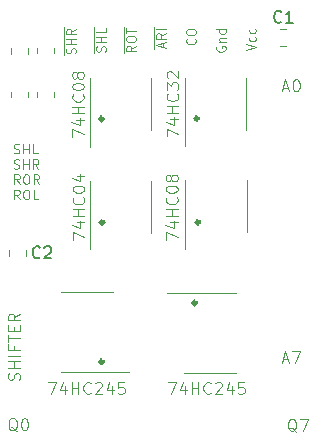
<source format=gbr>
%TF.GenerationSoftware,KiCad,Pcbnew,(6.0.0-0)*%
%TF.CreationDate,2022-02-14T20:59:39-05:00*%
%TF.ProjectId,Shifter-v6,53686966-7465-4722-9d76-362e6b696361,rev?*%
%TF.SameCoordinates,Original*%
%TF.FileFunction,Legend,Top*%
%TF.FilePolarity,Positive*%
%FSLAX46Y46*%
G04 Gerber Fmt 4.6, Leading zero omitted, Abs format (unit mm)*
G04 Created by KiCad (PCBNEW (6.0.0-0)) date 2022-02-14 20:59:39*
%MOMM*%
%LPD*%
G01*
G04 APERTURE LIST*
%ADD10C,0.300000*%
%ADD11C,0.100000*%
%ADD12C,0.150000*%
%ADD13C,0.120000*%
G04 APERTURE END LIST*
D10*
X176850000Y-75150000D02*
G75*
G03*
X176850000Y-75150000I-150000J0D01*
G01*
X168850000Y-83950000D02*
G75*
G03*
X168850000Y-83950000I-150000J0D01*
G01*
X168800000Y-75200000D02*
G75*
G03*
X168800000Y-75200000I-150000J0D01*
G01*
X176950000Y-83950000D02*
G75*
G03*
X176950000Y-83950000I-150000J0D01*
G01*
X168806000Y-95758000D02*
G75*
G03*
X168806000Y-95758000I-150000J0D01*
G01*
X176680000Y-90782000D02*
G75*
G03*
X176680000Y-90782000I-150000J0D01*
G01*
D11*
X161504761Y-101647619D02*
X161409523Y-101600000D01*
X161314285Y-101504761D01*
X161171428Y-101361904D01*
X161076190Y-101314285D01*
X160980952Y-101314285D01*
X161028571Y-101552380D02*
X160933333Y-101504761D01*
X160838095Y-101409523D01*
X160790476Y-101219047D01*
X160790476Y-100885714D01*
X160838095Y-100695238D01*
X160933333Y-100600000D01*
X161028571Y-100552380D01*
X161219047Y-100552380D01*
X161314285Y-100600000D01*
X161409523Y-100695238D01*
X161457142Y-100885714D01*
X161457142Y-101219047D01*
X161409523Y-101409523D01*
X161314285Y-101504761D01*
X161219047Y-101552380D01*
X161028571Y-101552380D01*
X162076190Y-100552380D02*
X162171428Y-100552380D01*
X162266666Y-100600000D01*
X162314285Y-100647619D01*
X162361904Y-100742857D01*
X162409523Y-100933333D01*
X162409523Y-101171428D01*
X162361904Y-101361904D01*
X162314285Y-101457142D01*
X162266666Y-101504761D01*
X162171428Y-101552380D01*
X162076190Y-101552380D01*
X161980952Y-101504761D01*
X161933333Y-101457142D01*
X161885714Y-101361904D01*
X161838095Y-101171428D01*
X161838095Y-100933333D01*
X161885714Y-100742857D01*
X161933333Y-100647619D01*
X161980952Y-100600000D01*
X162076190Y-100552380D01*
X178400000Y-69053095D02*
X178361904Y-69129285D01*
X178361904Y-69243571D01*
X178400000Y-69357857D01*
X178476190Y-69434047D01*
X178552380Y-69472142D01*
X178704761Y-69510238D01*
X178819047Y-69510238D01*
X178971428Y-69472142D01*
X179047619Y-69434047D01*
X179123809Y-69357857D01*
X179161904Y-69243571D01*
X179161904Y-69167380D01*
X179123809Y-69053095D01*
X179085714Y-69015000D01*
X178819047Y-69015000D01*
X178819047Y-69167380D01*
X178628571Y-68672142D02*
X179161904Y-68672142D01*
X178704761Y-68672142D02*
X178666666Y-68634047D01*
X178628571Y-68557857D01*
X178628571Y-68443571D01*
X178666666Y-68367380D01*
X178742857Y-68329285D01*
X179161904Y-68329285D01*
X179161904Y-67605476D02*
X178361904Y-67605476D01*
X179123809Y-67605476D02*
X179161904Y-67681666D01*
X179161904Y-67834047D01*
X179123809Y-67910238D01*
X179085714Y-67948333D01*
X179009523Y-67986428D01*
X178780952Y-67986428D01*
X178704761Y-67948333D01*
X178666666Y-67910238D01*
X178628571Y-67834047D01*
X178628571Y-67681666D01*
X178666666Y-67605476D01*
X164124095Y-97496380D02*
X164790761Y-97496380D01*
X164362190Y-98496380D01*
X165600285Y-97829714D02*
X165600285Y-98496380D01*
X165362190Y-97448761D02*
X165124095Y-98163047D01*
X165743142Y-98163047D01*
X166124095Y-98496380D02*
X166124095Y-97496380D01*
X166124095Y-97972571D02*
X166695523Y-97972571D01*
X166695523Y-98496380D02*
X166695523Y-97496380D01*
X167743142Y-98401142D02*
X167695523Y-98448761D01*
X167552666Y-98496380D01*
X167457428Y-98496380D01*
X167314571Y-98448761D01*
X167219333Y-98353523D01*
X167171714Y-98258285D01*
X167124095Y-98067809D01*
X167124095Y-97924952D01*
X167171714Y-97734476D01*
X167219333Y-97639238D01*
X167314571Y-97544000D01*
X167457428Y-97496380D01*
X167552666Y-97496380D01*
X167695523Y-97544000D01*
X167743142Y-97591619D01*
X168124095Y-97591619D02*
X168171714Y-97544000D01*
X168266952Y-97496380D01*
X168505047Y-97496380D01*
X168600285Y-97544000D01*
X168647904Y-97591619D01*
X168695523Y-97686857D01*
X168695523Y-97782095D01*
X168647904Y-97924952D01*
X168076476Y-98496380D01*
X168695523Y-98496380D01*
X169552666Y-97829714D02*
X169552666Y-98496380D01*
X169314571Y-97448761D02*
X169076476Y-98163047D01*
X169695523Y-98163047D01*
X170552666Y-97496380D02*
X170076476Y-97496380D01*
X170028857Y-97972571D01*
X170076476Y-97924952D01*
X170171714Y-97877333D01*
X170409809Y-97877333D01*
X170505047Y-97924952D01*
X170552666Y-97972571D01*
X170600285Y-98067809D01*
X170600285Y-98305904D01*
X170552666Y-98401142D01*
X170505047Y-98448761D01*
X170409809Y-98496380D01*
X170171714Y-98496380D01*
X170076476Y-98448761D01*
X170028857Y-98401142D01*
X183985714Y-72566666D02*
X184461904Y-72566666D01*
X183890476Y-72852380D02*
X184223809Y-71852380D01*
X184557142Y-72852380D01*
X185080952Y-71852380D02*
X185176190Y-71852380D01*
X185271428Y-71900000D01*
X185319047Y-71947619D01*
X185366666Y-72042857D01*
X185414285Y-72233333D01*
X185414285Y-72471428D01*
X185366666Y-72661904D01*
X185319047Y-72757142D01*
X185271428Y-72804761D01*
X185176190Y-72852380D01*
X185080952Y-72852380D01*
X184985714Y-72804761D01*
X184938095Y-72757142D01*
X184890476Y-72661904D01*
X184842857Y-72471428D01*
X184842857Y-72233333D01*
X184890476Y-72042857D01*
X184938095Y-71947619D01*
X184985714Y-71900000D01*
X185080952Y-71852380D01*
X165436000Y-69815000D02*
X165436000Y-69053095D01*
X166423809Y-69662619D02*
X166461904Y-69548333D01*
X166461904Y-69357857D01*
X166423809Y-69281666D01*
X166385714Y-69243571D01*
X166309523Y-69205476D01*
X166233333Y-69205476D01*
X166157142Y-69243571D01*
X166119047Y-69281666D01*
X166080952Y-69357857D01*
X166042857Y-69510238D01*
X166004761Y-69586428D01*
X165966666Y-69624523D01*
X165890476Y-69662619D01*
X165814285Y-69662619D01*
X165738095Y-69624523D01*
X165700000Y-69586428D01*
X165661904Y-69510238D01*
X165661904Y-69319761D01*
X165700000Y-69205476D01*
X165436000Y-69053095D02*
X165436000Y-68215000D01*
X166461904Y-68862619D02*
X165661904Y-68862619D01*
X166042857Y-68862619D02*
X166042857Y-68405476D01*
X166461904Y-68405476D02*
X165661904Y-68405476D01*
X165436000Y-68215000D02*
X165436000Y-67415000D01*
X166461904Y-67567380D02*
X166080952Y-67834047D01*
X166461904Y-68024523D02*
X165661904Y-68024523D01*
X165661904Y-67719761D01*
X165700000Y-67643571D01*
X165738095Y-67605476D01*
X165814285Y-67567380D01*
X165928571Y-67567380D01*
X166004761Y-67605476D01*
X166042857Y-67643571D01*
X166080952Y-67719761D01*
X166080952Y-68024523D01*
X167976000Y-69662619D02*
X167976000Y-68900714D01*
X168963809Y-69510238D02*
X169001904Y-69395952D01*
X169001904Y-69205476D01*
X168963809Y-69129285D01*
X168925714Y-69091190D01*
X168849523Y-69053095D01*
X168773333Y-69053095D01*
X168697142Y-69091190D01*
X168659047Y-69129285D01*
X168620952Y-69205476D01*
X168582857Y-69357857D01*
X168544761Y-69434047D01*
X168506666Y-69472142D01*
X168430476Y-69510238D01*
X168354285Y-69510238D01*
X168278095Y-69472142D01*
X168240000Y-69434047D01*
X168201904Y-69357857D01*
X168201904Y-69167380D01*
X168240000Y-69053095D01*
X167976000Y-68900714D02*
X167976000Y-68062619D01*
X169001904Y-68710238D02*
X168201904Y-68710238D01*
X168582857Y-68710238D02*
X168582857Y-68253095D01*
X169001904Y-68253095D02*
X168201904Y-68253095D01*
X167976000Y-68062619D02*
X167976000Y-67415000D01*
X169001904Y-67491190D02*
X169001904Y-67872142D01*
X168201904Y-67872142D01*
X161217380Y-78091809D02*
X161331666Y-78129904D01*
X161522142Y-78129904D01*
X161598333Y-78091809D01*
X161636428Y-78053714D01*
X161674523Y-77977523D01*
X161674523Y-77901333D01*
X161636428Y-77825142D01*
X161598333Y-77787047D01*
X161522142Y-77748952D01*
X161369761Y-77710857D01*
X161293571Y-77672761D01*
X161255476Y-77634666D01*
X161217380Y-77558476D01*
X161217380Y-77482285D01*
X161255476Y-77406095D01*
X161293571Y-77368000D01*
X161369761Y-77329904D01*
X161560238Y-77329904D01*
X161674523Y-77368000D01*
X162017380Y-78129904D02*
X162017380Y-77329904D01*
X162017380Y-77710857D02*
X162474523Y-77710857D01*
X162474523Y-78129904D02*
X162474523Y-77329904D01*
X163236428Y-78129904D02*
X162855476Y-78129904D01*
X162855476Y-77329904D01*
X161217380Y-79379809D02*
X161331666Y-79417904D01*
X161522142Y-79417904D01*
X161598333Y-79379809D01*
X161636428Y-79341714D01*
X161674523Y-79265523D01*
X161674523Y-79189333D01*
X161636428Y-79113142D01*
X161598333Y-79075047D01*
X161522142Y-79036952D01*
X161369761Y-78998857D01*
X161293571Y-78960761D01*
X161255476Y-78922666D01*
X161217380Y-78846476D01*
X161217380Y-78770285D01*
X161255476Y-78694095D01*
X161293571Y-78656000D01*
X161369761Y-78617904D01*
X161560238Y-78617904D01*
X161674523Y-78656000D01*
X162017380Y-79417904D02*
X162017380Y-78617904D01*
X162017380Y-78998857D02*
X162474523Y-78998857D01*
X162474523Y-79417904D02*
X162474523Y-78617904D01*
X163312619Y-79417904D02*
X163045952Y-79036952D01*
X162855476Y-79417904D02*
X162855476Y-78617904D01*
X163160238Y-78617904D01*
X163236428Y-78656000D01*
X163274523Y-78694095D01*
X163312619Y-78770285D01*
X163312619Y-78884571D01*
X163274523Y-78960761D01*
X163236428Y-78998857D01*
X163160238Y-79036952D01*
X162855476Y-79036952D01*
X161712619Y-80705904D02*
X161445952Y-80324952D01*
X161255476Y-80705904D02*
X161255476Y-79905904D01*
X161560238Y-79905904D01*
X161636428Y-79944000D01*
X161674523Y-79982095D01*
X161712619Y-80058285D01*
X161712619Y-80172571D01*
X161674523Y-80248761D01*
X161636428Y-80286857D01*
X161560238Y-80324952D01*
X161255476Y-80324952D01*
X162207857Y-79905904D02*
X162360238Y-79905904D01*
X162436428Y-79944000D01*
X162512619Y-80020190D01*
X162550714Y-80172571D01*
X162550714Y-80439238D01*
X162512619Y-80591619D01*
X162436428Y-80667809D01*
X162360238Y-80705904D01*
X162207857Y-80705904D01*
X162131666Y-80667809D01*
X162055476Y-80591619D01*
X162017380Y-80439238D01*
X162017380Y-80172571D01*
X162055476Y-80020190D01*
X162131666Y-79944000D01*
X162207857Y-79905904D01*
X163350714Y-80705904D02*
X163084047Y-80324952D01*
X162893571Y-80705904D02*
X162893571Y-79905904D01*
X163198333Y-79905904D01*
X163274523Y-79944000D01*
X163312619Y-79982095D01*
X163350714Y-80058285D01*
X163350714Y-80172571D01*
X163312619Y-80248761D01*
X163274523Y-80286857D01*
X163198333Y-80324952D01*
X162893571Y-80324952D01*
X161712619Y-81993904D02*
X161445952Y-81612952D01*
X161255476Y-81993904D02*
X161255476Y-81193904D01*
X161560238Y-81193904D01*
X161636428Y-81232000D01*
X161674523Y-81270095D01*
X161712619Y-81346285D01*
X161712619Y-81460571D01*
X161674523Y-81536761D01*
X161636428Y-81574857D01*
X161560238Y-81612952D01*
X161255476Y-81612952D01*
X162207857Y-81193904D02*
X162360238Y-81193904D01*
X162436428Y-81232000D01*
X162512619Y-81308190D01*
X162550714Y-81460571D01*
X162550714Y-81727238D01*
X162512619Y-81879619D01*
X162436428Y-81955809D01*
X162360238Y-81993904D01*
X162207857Y-81993904D01*
X162131666Y-81955809D01*
X162055476Y-81879619D01*
X162017380Y-81727238D01*
X162017380Y-81460571D01*
X162055476Y-81308190D01*
X162131666Y-81232000D01*
X162207857Y-81193904D01*
X163274523Y-81993904D02*
X162893571Y-81993904D01*
X162893571Y-81193904D01*
X161694761Y-97297523D02*
X161742380Y-97154666D01*
X161742380Y-96916571D01*
X161694761Y-96821333D01*
X161647142Y-96773714D01*
X161551904Y-96726095D01*
X161456666Y-96726095D01*
X161361428Y-96773714D01*
X161313809Y-96821333D01*
X161266190Y-96916571D01*
X161218571Y-97107047D01*
X161170952Y-97202285D01*
X161123333Y-97249904D01*
X161028095Y-97297523D01*
X160932857Y-97297523D01*
X160837619Y-97249904D01*
X160790000Y-97202285D01*
X160742380Y-97107047D01*
X160742380Y-96868952D01*
X160790000Y-96726095D01*
X161742380Y-96297523D02*
X160742380Y-96297523D01*
X161218571Y-96297523D02*
X161218571Y-95726095D01*
X161742380Y-95726095D02*
X160742380Y-95726095D01*
X161742380Y-95249904D02*
X160742380Y-95249904D01*
X161218571Y-94440380D02*
X161218571Y-94773714D01*
X161742380Y-94773714D02*
X160742380Y-94773714D01*
X160742380Y-94297523D01*
X160742380Y-94059428D02*
X160742380Y-93488000D01*
X161742380Y-93773714D02*
X160742380Y-93773714D01*
X161218571Y-93154666D02*
X161218571Y-92821333D01*
X161742380Y-92678476D02*
X161742380Y-93154666D01*
X160742380Y-93154666D01*
X160742380Y-92678476D01*
X161742380Y-91678476D02*
X161266190Y-92011809D01*
X161742380Y-92249904D02*
X160742380Y-92249904D01*
X160742380Y-91868952D01*
X160790000Y-91773714D01*
X160837619Y-91726095D01*
X160932857Y-91678476D01*
X161075714Y-91678476D01*
X161170952Y-91726095D01*
X161218571Y-91773714D01*
X161266190Y-91868952D01*
X161266190Y-92249904D01*
X176545714Y-68405476D02*
X176583809Y-68443571D01*
X176621904Y-68557857D01*
X176621904Y-68634047D01*
X176583809Y-68748333D01*
X176507619Y-68824523D01*
X176431428Y-68862619D01*
X176279047Y-68900714D01*
X176164761Y-68900714D01*
X176012380Y-68862619D01*
X175936190Y-68824523D01*
X175860000Y-68748333D01*
X175821904Y-68634047D01*
X175821904Y-68557857D01*
X175860000Y-68443571D01*
X175898095Y-68405476D01*
X175821904Y-67910238D02*
X175821904Y-67757857D01*
X175860000Y-67681666D01*
X175936190Y-67605476D01*
X176088571Y-67567380D01*
X176355238Y-67567380D01*
X176507619Y-67605476D01*
X176583809Y-67681666D01*
X176621904Y-67757857D01*
X176621904Y-67910238D01*
X176583809Y-67986428D01*
X176507619Y-68062619D01*
X176355238Y-68100714D01*
X176088571Y-68100714D01*
X175936190Y-68062619D01*
X175860000Y-67986428D01*
X175821904Y-67910238D01*
X173056000Y-69281666D02*
X173056000Y-68595952D01*
X173853333Y-69129285D02*
X173853333Y-68748333D01*
X174081904Y-69205476D02*
X173281904Y-68938809D01*
X174081904Y-68672142D01*
X173056000Y-68595952D02*
X173056000Y-67795952D01*
X174081904Y-67948333D02*
X173700952Y-68215000D01*
X174081904Y-68405476D02*
X173281904Y-68405476D01*
X173281904Y-68100714D01*
X173320000Y-68024523D01*
X173358095Y-67986428D01*
X173434285Y-67948333D01*
X173548571Y-67948333D01*
X173624761Y-67986428D01*
X173662857Y-68024523D01*
X173700952Y-68100714D01*
X173700952Y-68405476D01*
X173056000Y-67795952D02*
X173056000Y-67415000D01*
X174081904Y-67605476D02*
X173281904Y-67605476D01*
X180901904Y-69395952D02*
X181701904Y-69129285D01*
X180901904Y-68862619D01*
X181663809Y-68253095D02*
X181701904Y-68329285D01*
X181701904Y-68481666D01*
X181663809Y-68557857D01*
X181625714Y-68595952D01*
X181549523Y-68634047D01*
X181320952Y-68634047D01*
X181244761Y-68595952D01*
X181206666Y-68557857D01*
X181168571Y-68481666D01*
X181168571Y-68329285D01*
X181206666Y-68253095D01*
X181663809Y-67567380D02*
X181701904Y-67643571D01*
X181701904Y-67795952D01*
X181663809Y-67872142D01*
X181625714Y-67910238D01*
X181549523Y-67948333D01*
X181320952Y-67948333D01*
X181244761Y-67910238D01*
X181206666Y-67872142D01*
X181168571Y-67795952D01*
X181168571Y-67643571D01*
X181206666Y-67567380D01*
X185154761Y-101697619D02*
X185059523Y-101650000D01*
X184964285Y-101554761D01*
X184821428Y-101411904D01*
X184726190Y-101364285D01*
X184630952Y-101364285D01*
X184678571Y-101602380D02*
X184583333Y-101554761D01*
X184488095Y-101459523D01*
X184440476Y-101269047D01*
X184440476Y-100935714D01*
X184488095Y-100745238D01*
X184583333Y-100650000D01*
X184678571Y-100602380D01*
X184869047Y-100602380D01*
X184964285Y-100650000D01*
X185059523Y-100745238D01*
X185107142Y-100935714D01*
X185107142Y-101269047D01*
X185059523Y-101459523D01*
X184964285Y-101554761D01*
X184869047Y-101602380D01*
X184678571Y-101602380D01*
X185440476Y-100602380D02*
X186107142Y-100602380D01*
X185678571Y-101602380D01*
X174284095Y-97496380D02*
X174950761Y-97496380D01*
X174522190Y-98496380D01*
X175760285Y-97829714D02*
X175760285Y-98496380D01*
X175522190Y-97448761D02*
X175284095Y-98163047D01*
X175903142Y-98163047D01*
X176284095Y-98496380D02*
X176284095Y-97496380D01*
X176284095Y-97972571D02*
X176855523Y-97972571D01*
X176855523Y-98496380D02*
X176855523Y-97496380D01*
X177903142Y-98401142D02*
X177855523Y-98448761D01*
X177712666Y-98496380D01*
X177617428Y-98496380D01*
X177474571Y-98448761D01*
X177379333Y-98353523D01*
X177331714Y-98258285D01*
X177284095Y-98067809D01*
X177284095Y-97924952D01*
X177331714Y-97734476D01*
X177379333Y-97639238D01*
X177474571Y-97544000D01*
X177617428Y-97496380D01*
X177712666Y-97496380D01*
X177855523Y-97544000D01*
X177903142Y-97591619D01*
X178284095Y-97591619D02*
X178331714Y-97544000D01*
X178426952Y-97496380D01*
X178665047Y-97496380D01*
X178760285Y-97544000D01*
X178807904Y-97591619D01*
X178855523Y-97686857D01*
X178855523Y-97782095D01*
X178807904Y-97924952D01*
X178236476Y-98496380D01*
X178855523Y-98496380D01*
X179712666Y-97829714D02*
X179712666Y-98496380D01*
X179474571Y-97448761D02*
X179236476Y-98163047D01*
X179855523Y-98163047D01*
X180712666Y-97496380D02*
X180236476Y-97496380D01*
X180188857Y-97972571D01*
X180236476Y-97924952D01*
X180331714Y-97877333D01*
X180569809Y-97877333D01*
X180665047Y-97924952D01*
X180712666Y-97972571D01*
X180760285Y-98067809D01*
X180760285Y-98305904D01*
X180712666Y-98401142D01*
X180665047Y-98448761D01*
X180569809Y-98496380D01*
X180331714Y-98496380D01*
X180236476Y-98448761D01*
X180188857Y-98401142D01*
X183985714Y-95566666D02*
X184461904Y-95566666D01*
X183890476Y-95852380D02*
X184223809Y-94852380D01*
X184557142Y-95852380D01*
X184795238Y-94852380D02*
X185461904Y-94852380D01*
X185033333Y-95852380D01*
X170516000Y-69662619D02*
X170516000Y-68862619D01*
X171541904Y-69015000D02*
X171160952Y-69281666D01*
X171541904Y-69472142D02*
X170741904Y-69472142D01*
X170741904Y-69167380D01*
X170780000Y-69091190D01*
X170818095Y-69053095D01*
X170894285Y-69015000D01*
X171008571Y-69015000D01*
X171084761Y-69053095D01*
X171122857Y-69091190D01*
X171160952Y-69167380D01*
X171160952Y-69472142D01*
X170516000Y-68862619D02*
X170516000Y-68024523D01*
X170741904Y-68519761D02*
X170741904Y-68367380D01*
X170780000Y-68291190D01*
X170856190Y-68215000D01*
X171008571Y-68176904D01*
X171275238Y-68176904D01*
X171427619Y-68215000D01*
X171503809Y-68291190D01*
X171541904Y-68367380D01*
X171541904Y-68519761D01*
X171503809Y-68595952D01*
X171427619Y-68672142D01*
X171275238Y-68710238D01*
X171008571Y-68710238D01*
X170856190Y-68672142D01*
X170780000Y-68595952D01*
X170741904Y-68519761D01*
X170516000Y-68024523D02*
X170516000Y-67415000D01*
X170741904Y-67948333D02*
X170741904Y-67491190D01*
X171541904Y-67719761D02*
X170741904Y-67719761D01*
%TO.C,U2*%
X166202380Y-85435714D02*
X166202380Y-84769047D01*
X167202380Y-85197619D01*
X166535714Y-83959523D02*
X167202380Y-83959523D01*
X166154761Y-84197619D02*
X166869047Y-84435714D01*
X166869047Y-83816666D01*
X167202380Y-83435714D02*
X166202380Y-83435714D01*
X166678571Y-83435714D02*
X166678571Y-82864285D01*
X167202380Y-82864285D02*
X166202380Y-82864285D01*
X167107142Y-81816666D02*
X167154761Y-81864285D01*
X167202380Y-82007142D01*
X167202380Y-82102380D01*
X167154761Y-82245238D01*
X167059523Y-82340476D01*
X166964285Y-82388095D01*
X166773809Y-82435714D01*
X166630952Y-82435714D01*
X166440476Y-82388095D01*
X166345238Y-82340476D01*
X166250000Y-82245238D01*
X166202380Y-82102380D01*
X166202380Y-82007142D01*
X166250000Y-81864285D01*
X166297619Y-81816666D01*
X166202380Y-81197619D02*
X166202380Y-81102380D01*
X166250000Y-81007142D01*
X166297619Y-80959523D01*
X166392857Y-80911904D01*
X166583333Y-80864285D01*
X166821428Y-80864285D01*
X167011904Y-80911904D01*
X167107142Y-80959523D01*
X167154761Y-81007142D01*
X167202380Y-81102380D01*
X167202380Y-81197619D01*
X167154761Y-81292857D01*
X167107142Y-81340476D01*
X167011904Y-81388095D01*
X166821428Y-81435714D01*
X166583333Y-81435714D01*
X166392857Y-81388095D01*
X166297619Y-81340476D01*
X166250000Y-81292857D01*
X166202380Y-81197619D01*
X166535714Y-80007142D02*
X167202380Y-80007142D01*
X166154761Y-80245238D02*
X166869047Y-80483333D01*
X166869047Y-79864285D01*
%TO.C,U1*%
X166152380Y-76735714D02*
X166152380Y-76069047D01*
X167152380Y-76497619D01*
X166485714Y-75259523D02*
X167152380Y-75259523D01*
X166104761Y-75497619D02*
X166819047Y-75735714D01*
X166819047Y-75116666D01*
X167152380Y-74735714D02*
X166152380Y-74735714D01*
X166628571Y-74735714D02*
X166628571Y-74164285D01*
X167152380Y-74164285D02*
X166152380Y-74164285D01*
X167057142Y-73116666D02*
X167104761Y-73164285D01*
X167152380Y-73307142D01*
X167152380Y-73402380D01*
X167104761Y-73545238D01*
X167009523Y-73640476D01*
X166914285Y-73688095D01*
X166723809Y-73735714D01*
X166580952Y-73735714D01*
X166390476Y-73688095D01*
X166295238Y-73640476D01*
X166200000Y-73545238D01*
X166152380Y-73402380D01*
X166152380Y-73307142D01*
X166200000Y-73164285D01*
X166247619Y-73116666D01*
X166152380Y-72497619D02*
X166152380Y-72402380D01*
X166200000Y-72307142D01*
X166247619Y-72259523D01*
X166342857Y-72211904D01*
X166533333Y-72164285D01*
X166771428Y-72164285D01*
X166961904Y-72211904D01*
X167057142Y-72259523D01*
X167104761Y-72307142D01*
X167152380Y-72402380D01*
X167152380Y-72497619D01*
X167104761Y-72592857D01*
X167057142Y-72640476D01*
X166961904Y-72688095D01*
X166771428Y-72735714D01*
X166533333Y-72735714D01*
X166342857Y-72688095D01*
X166247619Y-72640476D01*
X166200000Y-72592857D01*
X166152380Y-72497619D01*
X166580952Y-71592857D02*
X166533333Y-71688095D01*
X166485714Y-71735714D01*
X166390476Y-71783333D01*
X166342857Y-71783333D01*
X166247619Y-71735714D01*
X166200000Y-71688095D01*
X166152380Y-71592857D01*
X166152380Y-71402380D01*
X166200000Y-71307142D01*
X166247619Y-71259523D01*
X166342857Y-71211904D01*
X166390476Y-71211904D01*
X166485714Y-71259523D01*
X166533333Y-71307142D01*
X166580952Y-71402380D01*
X166580952Y-71592857D01*
X166628571Y-71688095D01*
X166676190Y-71735714D01*
X166771428Y-71783333D01*
X166961904Y-71783333D01*
X167057142Y-71735714D01*
X167104761Y-71688095D01*
X167152380Y-71592857D01*
X167152380Y-71402380D01*
X167104761Y-71307142D01*
X167057142Y-71259523D01*
X166961904Y-71211904D01*
X166771428Y-71211904D01*
X166676190Y-71259523D01*
X166628571Y-71307142D01*
X166580952Y-71402380D01*
D12*
%TO.C,C2*%
X163433333Y-86907142D02*
X163385714Y-86954761D01*
X163242857Y-87002380D01*
X163147619Y-87002380D01*
X163004761Y-86954761D01*
X162909523Y-86859523D01*
X162861904Y-86764285D01*
X162814285Y-86573809D01*
X162814285Y-86430952D01*
X162861904Y-86240476D01*
X162909523Y-86145238D01*
X163004761Y-86050000D01*
X163147619Y-86002380D01*
X163242857Y-86002380D01*
X163385714Y-86050000D01*
X163433333Y-86097619D01*
X163814285Y-86097619D02*
X163861904Y-86050000D01*
X163957142Y-86002380D01*
X164195238Y-86002380D01*
X164290476Y-86050000D01*
X164338095Y-86097619D01*
X164385714Y-86192857D01*
X164385714Y-86288095D01*
X164338095Y-86430952D01*
X163766666Y-87002380D01*
X164385714Y-87002380D01*
D11*
%TO.C,U3*%
X174102380Y-85435714D02*
X174102380Y-84769047D01*
X175102380Y-85197619D01*
X174435714Y-83959523D02*
X175102380Y-83959523D01*
X174054761Y-84197619D02*
X174769047Y-84435714D01*
X174769047Y-83816666D01*
X175102380Y-83435714D02*
X174102380Y-83435714D01*
X174578571Y-83435714D02*
X174578571Y-82864285D01*
X175102380Y-82864285D02*
X174102380Y-82864285D01*
X175007142Y-81816666D02*
X175054761Y-81864285D01*
X175102380Y-82007142D01*
X175102380Y-82102380D01*
X175054761Y-82245238D01*
X174959523Y-82340476D01*
X174864285Y-82388095D01*
X174673809Y-82435714D01*
X174530952Y-82435714D01*
X174340476Y-82388095D01*
X174245238Y-82340476D01*
X174150000Y-82245238D01*
X174102380Y-82102380D01*
X174102380Y-82007142D01*
X174150000Y-81864285D01*
X174197619Y-81816666D01*
X174102380Y-81197619D02*
X174102380Y-81102380D01*
X174150000Y-81007142D01*
X174197619Y-80959523D01*
X174292857Y-80911904D01*
X174483333Y-80864285D01*
X174721428Y-80864285D01*
X174911904Y-80911904D01*
X175007142Y-80959523D01*
X175054761Y-81007142D01*
X175102380Y-81102380D01*
X175102380Y-81197619D01*
X175054761Y-81292857D01*
X175007142Y-81340476D01*
X174911904Y-81388095D01*
X174721428Y-81435714D01*
X174483333Y-81435714D01*
X174292857Y-81388095D01*
X174197619Y-81340476D01*
X174150000Y-81292857D01*
X174102380Y-81197619D01*
X174530952Y-80292857D02*
X174483333Y-80388095D01*
X174435714Y-80435714D01*
X174340476Y-80483333D01*
X174292857Y-80483333D01*
X174197619Y-80435714D01*
X174150000Y-80388095D01*
X174102380Y-80292857D01*
X174102380Y-80102380D01*
X174150000Y-80007142D01*
X174197619Y-79959523D01*
X174292857Y-79911904D01*
X174340476Y-79911904D01*
X174435714Y-79959523D01*
X174483333Y-80007142D01*
X174530952Y-80102380D01*
X174530952Y-80292857D01*
X174578571Y-80388095D01*
X174626190Y-80435714D01*
X174721428Y-80483333D01*
X174911904Y-80483333D01*
X175007142Y-80435714D01*
X175054761Y-80388095D01*
X175102380Y-80292857D01*
X175102380Y-80102380D01*
X175054761Y-80007142D01*
X175007142Y-79959523D01*
X174911904Y-79911904D01*
X174721428Y-79911904D01*
X174626190Y-79959523D01*
X174578571Y-80007142D01*
X174530952Y-80102380D01*
D12*
%TO.C,C1*%
X183883333Y-66957142D02*
X183835714Y-67004761D01*
X183692857Y-67052380D01*
X183597619Y-67052380D01*
X183454761Y-67004761D01*
X183359523Y-66909523D01*
X183311904Y-66814285D01*
X183264285Y-66623809D01*
X183264285Y-66480952D01*
X183311904Y-66290476D01*
X183359523Y-66195238D01*
X183454761Y-66100000D01*
X183597619Y-66052380D01*
X183692857Y-66052380D01*
X183835714Y-66100000D01*
X183883333Y-66147619D01*
X184835714Y-67052380D02*
X184264285Y-67052380D01*
X184550000Y-67052380D02*
X184550000Y-66052380D01*
X184454761Y-66195238D01*
X184359523Y-66290476D01*
X184264285Y-66338095D01*
D11*
%TO.C,U4*%
X174152380Y-76685714D02*
X174152380Y-76019047D01*
X175152380Y-76447619D01*
X174485714Y-75209523D02*
X175152380Y-75209523D01*
X174104761Y-75447619D02*
X174819047Y-75685714D01*
X174819047Y-75066666D01*
X175152380Y-74685714D02*
X174152380Y-74685714D01*
X174628571Y-74685714D02*
X174628571Y-74114285D01*
X175152380Y-74114285D02*
X174152380Y-74114285D01*
X175057142Y-73066666D02*
X175104761Y-73114285D01*
X175152380Y-73257142D01*
X175152380Y-73352380D01*
X175104761Y-73495238D01*
X175009523Y-73590476D01*
X174914285Y-73638095D01*
X174723809Y-73685714D01*
X174580952Y-73685714D01*
X174390476Y-73638095D01*
X174295238Y-73590476D01*
X174200000Y-73495238D01*
X174152380Y-73352380D01*
X174152380Y-73257142D01*
X174200000Y-73114285D01*
X174247619Y-73066666D01*
X174152380Y-72733333D02*
X174152380Y-72114285D01*
X174533333Y-72447619D01*
X174533333Y-72304761D01*
X174580952Y-72209523D01*
X174628571Y-72161904D01*
X174723809Y-72114285D01*
X174961904Y-72114285D01*
X175057142Y-72161904D01*
X175104761Y-72209523D01*
X175152380Y-72304761D01*
X175152380Y-72590476D01*
X175104761Y-72685714D01*
X175057142Y-72733333D01*
X174247619Y-71733333D02*
X174200000Y-71685714D01*
X174152380Y-71590476D01*
X174152380Y-71352380D01*
X174200000Y-71257142D01*
X174247619Y-71209523D01*
X174342857Y-71161904D01*
X174438095Y-71161904D01*
X174580952Y-71209523D01*
X175152380Y-71780952D01*
X175152380Y-71161904D01*
D13*
%TO.C,U5*%
X167386000Y-89833000D02*
X169586000Y-89833000D01*
X167386000Y-89833000D02*
X165186000Y-89833000D01*
X167386000Y-96603000D02*
X165186000Y-96603000D01*
X167386000Y-96603000D02*
X170986000Y-96603000D01*
%TO.C,U6*%
X177800000Y-96707000D02*
X175600000Y-96707000D01*
X177800000Y-89937000D02*
X174200000Y-89937000D01*
X177800000Y-89937000D02*
X180000000Y-89937000D01*
X177800000Y-96707000D02*
X180000000Y-96707000D01*
%TO.C,U2*%
X167640000Y-82650000D02*
X167640000Y-86250000D01*
X167640000Y-82650000D02*
X167640000Y-80450000D01*
X172860000Y-82650000D02*
X172860000Y-80450000D01*
X172860000Y-82650000D02*
X172860000Y-84850000D01*
%TO.C,R11*%
X163165000Y-69210436D02*
X163165000Y-69664564D01*
X164635000Y-69210436D02*
X164635000Y-69664564D01*
%TO.C,U1*%
X172860000Y-73950000D02*
X172860000Y-71750000D01*
X167640000Y-73950000D02*
X167640000Y-71750000D01*
X172860000Y-73950000D02*
X172860000Y-76150000D01*
X167640000Y-73950000D02*
X167640000Y-77550000D01*
%TO.C,R12*%
X162435000Y-69222936D02*
X162435000Y-69677064D01*
X160965000Y-69222936D02*
X160965000Y-69677064D01*
%TO.C,C2*%
X160815000Y-86288748D02*
X160815000Y-86811252D01*
X162285000Y-86288748D02*
X162285000Y-86811252D01*
%TO.C,U3*%
X180960000Y-82600000D02*
X180960000Y-84800000D01*
X180960000Y-82600000D02*
X180960000Y-80400000D01*
X175740000Y-82600000D02*
X175740000Y-80400000D01*
X175740000Y-82600000D02*
X175740000Y-86200000D01*
%TO.C,R13*%
X163165000Y-72910436D02*
X163165000Y-73364564D01*
X164635000Y-72910436D02*
X164635000Y-73364564D01*
%TO.C,C1*%
X183788748Y-67565000D02*
X184311252Y-67565000D01*
X183788748Y-69035000D02*
X184311252Y-69035000D01*
%TO.C,U4*%
X180910000Y-73900000D02*
X180910000Y-71700000D01*
X175690000Y-73900000D02*
X175690000Y-77500000D01*
X175690000Y-73900000D02*
X175690000Y-71700000D01*
X180910000Y-73900000D02*
X180910000Y-76100000D01*
%TO.C,R10*%
X160965000Y-72922936D02*
X160965000Y-73377064D01*
X162435000Y-72922936D02*
X162435000Y-73377064D01*
%TD*%
M02*

</source>
